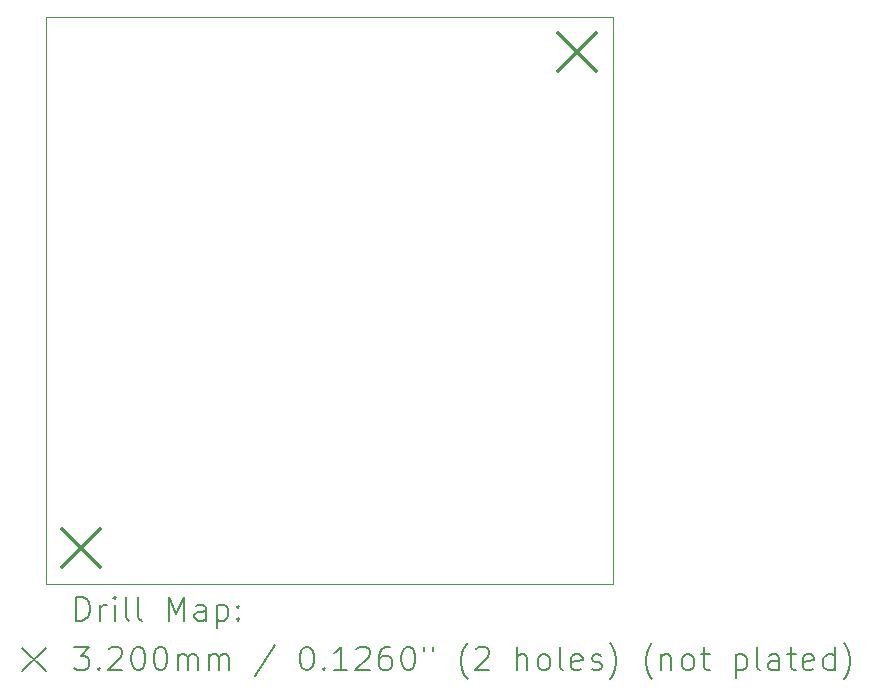
<source format=gbr>
%TF.GenerationSoftware,KiCad,Pcbnew,8.0.8*%
%TF.CreationDate,2025-03-24T19:57:08+01:00*%
%TF.ProjectId,cheap-wled-controller,63686561-702d-4776-9c65-642d636f6e74,rev?*%
%TF.SameCoordinates,Original*%
%TF.FileFunction,Drillmap*%
%TF.FilePolarity,Positive*%
%FSLAX45Y45*%
G04 Gerber Fmt 4.5, Leading zero omitted, Abs format (unit mm)*
G04 Created by KiCad (PCBNEW 8.0.8) date 2025-03-24 19:57:08*
%MOMM*%
%LPD*%
G01*
G04 APERTURE LIST*
%ADD10C,0.050000*%
%ADD11C,0.200000*%
%ADD12C,0.320000*%
G04 APERTURE END LIST*
D10*
X6000000Y-6000000D02*
X6000000Y-1200000D01*
X1200000Y-1200000D02*
X1200000Y-6000000D01*
X6000000Y-1200000D02*
X1200000Y-1200000D01*
X1200000Y-6000000D02*
X6000000Y-6000000D01*
D11*
D12*
X1340000Y-5540000D02*
X1660000Y-5860000D01*
X1660000Y-5540000D02*
X1340000Y-5860000D01*
X5540000Y-1340000D02*
X5860000Y-1660000D01*
X5860000Y-1340000D02*
X5540000Y-1660000D01*
D11*
X1458277Y-6313984D02*
X1458277Y-6113984D01*
X1458277Y-6113984D02*
X1505896Y-6113984D01*
X1505896Y-6113984D02*
X1534467Y-6123508D01*
X1534467Y-6123508D02*
X1553515Y-6142555D01*
X1553515Y-6142555D02*
X1563039Y-6161603D01*
X1563039Y-6161603D02*
X1572562Y-6199698D01*
X1572562Y-6199698D02*
X1572562Y-6228269D01*
X1572562Y-6228269D02*
X1563039Y-6266365D01*
X1563039Y-6266365D02*
X1553515Y-6285412D01*
X1553515Y-6285412D02*
X1534467Y-6304460D01*
X1534467Y-6304460D02*
X1505896Y-6313984D01*
X1505896Y-6313984D02*
X1458277Y-6313984D01*
X1658277Y-6313984D02*
X1658277Y-6180650D01*
X1658277Y-6218746D02*
X1667801Y-6199698D01*
X1667801Y-6199698D02*
X1677324Y-6190174D01*
X1677324Y-6190174D02*
X1696372Y-6180650D01*
X1696372Y-6180650D02*
X1715420Y-6180650D01*
X1782086Y-6313984D02*
X1782086Y-6180650D01*
X1782086Y-6113984D02*
X1772562Y-6123508D01*
X1772562Y-6123508D02*
X1782086Y-6133031D01*
X1782086Y-6133031D02*
X1791610Y-6123508D01*
X1791610Y-6123508D02*
X1782086Y-6113984D01*
X1782086Y-6113984D02*
X1782086Y-6133031D01*
X1905896Y-6313984D02*
X1886848Y-6304460D01*
X1886848Y-6304460D02*
X1877324Y-6285412D01*
X1877324Y-6285412D02*
X1877324Y-6113984D01*
X2010658Y-6313984D02*
X1991610Y-6304460D01*
X1991610Y-6304460D02*
X1982086Y-6285412D01*
X1982086Y-6285412D02*
X1982086Y-6113984D01*
X2239229Y-6313984D02*
X2239229Y-6113984D01*
X2239229Y-6113984D02*
X2305896Y-6256841D01*
X2305896Y-6256841D02*
X2372563Y-6113984D01*
X2372563Y-6113984D02*
X2372563Y-6313984D01*
X2553515Y-6313984D02*
X2553515Y-6209222D01*
X2553515Y-6209222D02*
X2543991Y-6190174D01*
X2543991Y-6190174D02*
X2524944Y-6180650D01*
X2524944Y-6180650D02*
X2486848Y-6180650D01*
X2486848Y-6180650D02*
X2467801Y-6190174D01*
X2553515Y-6304460D02*
X2534467Y-6313984D01*
X2534467Y-6313984D02*
X2486848Y-6313984D01*
X2486848Y-6313984D02*
X2467801Y-6304460D01*
X2467801Y-6304460D02*
X2458277Y-6285412D01*
X2458277Y-6285412D02*
X2458277Y-6266365D01*
X2458277Y-6266365D02*
X2467801Y-6247317D01*
X2467801Y-6247317D02*
X2486848Y-6237793D01*
X2486848Y-6237793D02*
X2534467Y-6237793D01*
X2534467Y-6237793D02*
X2553515Y-6228269D01*
X2648753Y-6180650D02*
X2648753Y-6380650D01*
X2648753Y-6190174D02*
X2667801Y-6180650D01*
X2667801Y-6180650D02*
X2705896Y-6180650D01*
X2705896Y-6180650D02*
X2724944Y-6190174D01*
X2724944Y-6190174D02*
X2734467Y-6199698D01*
X2734467Y-6199698D02*
X2743991Y-6218746D01*
X2743991Y-6218746D02*
X2743991Y-6275888D01*
X2743991Y-6275888D02*
X2734467Y-6294936D01*
X2734467Y-6294936D02*
X2724944Y-6304460D01*
X2724944Y-6304460D02*
X2705896Y-6313984D01*
X2705896Y-6313984D02*
X2667801Y-6313984D01*
X2667801Y-6313984D02*
X2648753Y-6304460D01*
X2829705Y-6294936D02*
X2839229Y-6304460D01*
X2839229Y-6304460D02*
X2829705Y-6313984D01*
X2829705Y-6313984D02*
X2820182Y-6304460D01*
X2820182Y-6304460D02*
X2829705Y-6294936D01*
X2829705Y-6294936D02*
X2829705Y-6313984D01*
X2829705Y-6190174D02*
X2839229Y-6199698D01*
X2839229Y-6199698D02*
X2829705Y-6209222D01*
X2829705Y-6209222D02*
X2820182Y-6199698D01*
X2820182Y-6199698D02*
X2829705Y-6190174D01*
X2829705Y-6190174D02*
X2829705Y-6209222D01*
X997500Y-6542500D02*
X1197500Y-6742500D01*
X1197500Y-6542500D02*
X997500Y-6742500D01*
X1439229Y-6533984D02*
X1563039Y-6533984D01*
X1563039Y-6533984D02*
X1496372Y-6610174D01*
X1496372Y-6610174D02*
X1524943Y-6610174D01*
X1524943Y-6610174D02*
X1543991Y-6619698D01*
X1543991Y-6619698D02*
X1553515Y-6629222D01*
X1553515Y-6629222D02*
X1563039Y-6648269D01*
X1563039Y-6648269D02*
X1563039Y-6695888D01*
X1563039Y-6695888D02*
X1553515Y-6714936D01*
X1553515Y-6714936D02*
X1543991Y-6724460D01*
X1543991Y-6724460D02*
X1524943Y-6733984D01*
X1524943Y-6733984D02*
X1467801Y-6733984D01*
X1467801Y-6733984D02*
X1448753Y-6724460D01*
X1448753Y-6724460D02*
X1439229Y-6714936D01*
X1648753Y-6714936D02*
X1658277Y-6724460D01*
X1658277Y-6724460D02*
X1648753Y-6733984D01*
X1648753Y-6733984D02*
X1639229Y-6724460D01*
X1639229Y-6724460D02*
X1648753Y-6714936D01*
X1648753Y-6714936D02*
X1648753Y-6733984D01*
X1734467Y-6553031D02*
X1743991Y-6543508D01*
X1743991Y-6543508D02*
X1763039Y-6533984D01*
X1763039Y-6533984D02*
X1810658Y-6533984D01*
X1810658Y-6533984D02*
X1829705Y-6543508D01*
X1829705Y-6543508D02*
X1839229Y-6553031D01*
X1839229Y-6553031D02*
X1848753Y-6572079D01*
X1848753Y-6572079D02*
X1848753Y-6591127D01*
X1848753Y-6591127D02*
X1839229Y-6619698D01*
X1839229Y-6619698D02*
X1724943Y-6733984D01*
X1724943Y-6733984D02*
X1848753Y-6733984D01*
X1972562Y-6533984D02*
X1991610Y-6533984D01*
X1991610Y-6533984D02*
X2010658Y-6543508D01*
X2010658Y-6543508D02*
X2020182Y-6553031D01*
X2020182Y-6553031D02*
X2029705Y-6572079D01*
X2029705Y-6572079D02*
X2039229Y-6610174D01*
X2039229Y-6610174D02*
X2039229Y-6657793D01*
X2039229Y-6657793D02*
X2029705Y-6695888D01*
X2029705Y-6695888D02*
X2020182Y-6714936D01*
X2020182Y-6714936D02*
X2010658Y-6724460D01*
X2010658Y-6724460D02*
X1991610Y-6733984D01*
X1991610Y-6733984D02*
X1972562Y-6733984D01*
X1972562Y-6733984D02*
X1953515Y-6724460D01*
X1953515Y-6724460D02*
X1943991Y-6714936D01*
X1943991Y-6714936D02*
X1934467Y-6695888D01*
X1934467Y-6695888D02*
X1924943Y-6657793D01*
X1924943Y-6657793D02*
X1924943Y-6610174D01*
X1924943Y-6610174D02*
X1934467Y-6572079D01*
X1934467Y-6572079D02*
X1943991Y-6553031D01*
X1943991Y-6553031D02*
X1953515Y-6543508D01*
X1953515Y-6543508D02*
X1972562Y-6533984D01*
X2163039Y-6533984D02*
X2182086Y-6533984D01*
X2182086Y-6533984D02*
X2201134Y-6543508D01*
X2201134Y-6543508D02*
X2210658Y-6553031D01*
X2210658Y-6553031D02*
X2220182Y-6572079D01*
X2220182Y-6572079D02*
X2229705Y-6610174D01*
X2229705Y-6610174D02*
X2229705Y-6657793D01*
X2229705Y-6657793D02*
X2220182Y-6695888D01*
X2220182Y-6695888D02*
X2210658Y-6714936D01*
X2210658Y-6714936D02*
X2201134Y-6724460D01*
X2201134Y-6724460D02*
X2182086Y-6733984D01*
X2182086Y-6733984D02*
X2163039Y-6733984D01*
X2163039Y-6733984D02*
X2143991Y-6724460D01*
X2143991Y-6724460D02*
X2134467Y-6714936D01*
X2134467Y-6714936D02*
X2124944Y-6695888D01*
X2124944Y-6695888D02*
X2115420Y-6657793D01*
X2115420Y-6657793D02*
X2115420Y-6610174D01*
X2115420Y-6610174D02*
X2124944Y-6572079D01*
X2124944Y-6572079D02*
X2134467Y-6553031D01*
X2134467Y-6553031D02*
X2143991Y-6543508D01*
X2143991Y-6543508D02*
X2163039Y-6533984D01*
X2315420Y-6733984D02*
X2315420Y-6600650D01*
X2315420Y-6619698D02*
X2324944Y-6610174D01*
X2324944Y-6610174D02*
X2343991Y-6600650D01*
X2343991Y-6600650D02*
X2372563Y-6600650D01*
X2372563Y-6600650D02*
X2391610Y-6610174D01*
X2391610Y-6610174D02*
X2401134Y-6629222D01*
X2401134Y-6629222D02*
X2401134Y-6733984D01*
X2401134Y-6629222D02*
X2410658Y-6610174D01*
X2410658Y-6610174D02*
X2429705Y-6600650D01*
X2429705Y-6600650D02*
X2458277Y-6600650D01*
X2458277Y-6600650D02*
X2477325Y-6610174D01*
X2477325Y-6610174D02*
X2486848Y-6629222D01*
X2486848Y-6629222D02*
X2486848Y-6733984D01*
X2582086Y-6733984D02*
X2582086Y-6600650D01*
X2582086Y-6619698D02*
X2591610Y-6610174D01*
X2591610Y-6610174D02*
X2610658Y-6600650D01*
X2610658Y-6600650D02*
X2639229Y-6600650D01*
X2639229Y-6600650D02*
X2658277Y-6610174D01*
X2658277Y-6610174D02*
X2667801Y-6629222D01*
X2667801Y-6629222D02*
X2667801Y-6733984D01*
X2667801Y-6629222D02*
X2677325Y-6610174D01*
X2677325Y-6610174D02*
X2696372Y-6600650D01*
X2696372Y-6600650D02*
X2724944Y-6600650D01*
X2724944Y-6600650D02*
X2743991Y-6610174D01*
X2743991Y-6610174D02*
X2753515Y-6629222D01*
X2753515Y-6629222D02*
X2753515Y-6733984D01*
X3143991Y-6524460D02*
X2972563Y-6781603D01*
X3401134Y-6533984D02*
X3420182Y-6533984D01*
X3420182Y-6533984D02*
X3439229Y-6543508D01*
X3439229Y-6543508D02*
X3448753Y-6553031D01*
X3448753Y-6553031D02*
X3458277Y-6572079D01*
X3458277Y-6572079D02*
X3467801Y-6610174D01*
X3467801Y-6610174D02*
X3467801Y-6657793D01*
X3467801Y-6657793D02*
X3458277Y-6695888D01*
X3458277Y-6695888D02*
X3448753Y-6714936D01*
X3448753Y-6714936D02*
X3439229Y-6724460D01*
X3439229Y-6724460D02*
X3420182Y-6733984D01*
X3420182Y-6733984D02*
X3401134Y-6733984D01*
X3401134Y-6733984D02*
X3382086Y-6724460D01*
X3382086Y-6724460D02*
X3372563Y-6714936D01*
X3372563Y-6714936D02*
X3363039Y-6695888D01*
X3363039Y-6695888D02*
X3353515Y-6657793D01*
X3353515Y-6657793D02*
X3353515Y-6610174D01*
X3353515Y-6610174D02*
X3363039Y-6572079D01*
X3363039Y-6572079D02*
X3372563Y-6553031D01*
X3372563Y-6553031D02*
X3382086Y-6543508D01*
X3382086Y-6543508D02*
X3401134Y-6533984D01*
X3553515Y-6714936D02*
X3563039Y-6724460D01*
X3563039Y-6724460D02*
X3553515Y-6733984D01*
X3553515Y-6733984D02*
X3543991Y-6724460D01*
X3543991Y-6724460D02*
X3553515Y-6714936D01*
X3553515Y-6714936D02*
X3553515Y-6733984D01*
X3753515Y-6733984D02*
X3639229Y-6733984D01*
X3696372Y-6733984D02*
X3696372Y-6533984D01*
X3696372Y-6533984D02*
X3677325Y-6562555D01*
X3677325Y-6562555D02*
X3658277Y-6581603D01*
X3658277Y-6581603D02*
X3639229Y-6591127D01*
X3829706Y-6553031D02*
X3839229Y-6543508D01*
X3839229Y-6543508D02*
X3858277Y-6533984D01*
X3858277Y-6533984D02*
X3905896Y-6533984D01*
X3905896Y-6533984D02*
X3924944Y-6543508D01*
X3924944Y-6543508D02*
X3934467Y-6553031D01*
X3934467Y-6553031D02*
X3943991Y-6572079D01*
X3943991Y-6572079D02*
X3943991Y-6591127D01*
X3943991Y-6591127D02*
X3934467Y-6619698D01*
X3934467Y-6619698D02*
X3820182Y-6733984D01*
X3820182Y-6733984D02*
X3943991Y-6733984D01*
X4115420Y-6533984D02*
X4077325Y-6533984D01*
X4077325Y-6533984D02*
X4058277Y-6543508D01*
X4058277Y-6543508D02*
X4048753Y-6553031D01*
X4048753Y-6553031D02*
X4029706Y-6581603D01*
X4029706Y-6581603D02*
X4020182Y-6619698D01*
X4020182Y-6619698D02*
X4020182Y-6695888D01*
X4020182Y-6695888D02*
X4029706Y-6714936D01*
X4029706Y-6714936D02*
X4039229Y-6724460D01*
X4039229Y-6724460D02*
X4058277Y-6733984D01*
X4058277Y-6733984D02*
X4096372Y-6733984D01*
X4096372Y-6733984D02*
X4115420Y-6724460D01*
X4115420Y-6724460D02*
X4124944Y-6714936D01*
X4124944Y-6714936D02*
X4134467Y-6695888D01*
X4134467Y-6695888D02*
X4134467Y-6648269D01*
X4134467Y-6648269D02*
X4124944Y-6629222D01*
X4124944Y-6629222D02*
X4115420Y-6619698D01*
X4115420Y-6619698D02*
X4096372Y-6610174D01*
X4096372Y-6610174D02*
X4058277Y-6610174D01*
X4058277Y-6610174D02*
X4039229Y-6619698D01*
X4039229Y-6619698D02*
X4029706Y-6629222D01*
X4029706Y-6629222D02*
X4020182Y-6648269D01*
X4258277Y-6533984D02*
X4277325Y-6533984D01*
X4277325Y-6533984D02*
X4296372Y-6543508D01*
X4296372Y-6543508D02*
X4305896Y-6553031D01*
X4305896Y-6553031D02*
X4315420Y-6572079D01*
X4315420Y-6572079D02*
X4324944Y-6610174D01*
X4324944Y-6610174D02*
X4324944Y-6657793D01*
X4324944Y-6657793D02*
X4315420Y-6695888D01*
X4315420Y-6695888D02*
X4305896Y-6714936D01*
X4305896Y-6714936D02*
X4296372Y-6724460D01*
X4296372Y-6724460D02*
X4277325Y-6733984D01*
X4277325Y-6733984D02*
X4258277Y-6733984D01*
X4258277Y-6733984D02*
X4239229Y-6724460D01*
X4239229Y-6724460D02*
X4229706Y-6714936D01*
X4229706Y-6714936D02*
X4220182Y-6695888D01*
X4220182Y-6695888D02*
X4210658Y-6657793D01*
X4210658Y-6657793D02*
X4210658Y-6610174D01*
X4210658Y-6610174D02*
X4220182Y-6572079D01*
X4220182Y-6572079D02*
X4229706Y-6553031D01*
X4229706Y-6553031D02*
X4239229Y-6543508D01*
X4239229Y-6543508D02*
X4258277Y-6533984D01*
X4401134Y-6533984D02*
X4401134Y-6572079D01*
X4477325Y-6533984D02*
X4477325Y-6572079D01*
X4772563Y-6810174D02*
X4763039Y-6800650D01*
X4763039Y-6800650D02*
X4743991Y-6772079D01*
X4743991Y-6772079D02*
X4734468Y-6753031D01*
X4734468Y-6753031D02*
X4724944Y-6724460D01*
X4724944Y-6724460D02*
X4715420Y-6676841D01*
X4715420Y-6676841D02*
X4715420Y-6638746D01*
X4715420Y-6638746D02*
X4724944Y-6591127D01*
X4724944Y-6591127D02*
X4734468Y-6562555D01*
X4734468Y-6562555D02*
X4743991Y-6543508D01*
X4743991Y-6543508D02*
X4763039Y-6514936D01*
X4763039Y-6514936D02*
X4772563Y-6505412D01*
X4839230Y-6553031D02*
X4848753Y-6543508D01*
X4848753Y-6543508D02*
X4867801Y-6533984D01*
X4867801Y-6533984D02*
X4915420Y-6533984D01*
X4915420Y-6533984D02*
X4934468Y-6543508D01*
X4934468Y-6543508D02*
X4943991Y-6553031D01*
X4943991Y-6553031D02*
X4953515Y-6572079D01*
X4953515Y-6572079D02*
X4953515Y-6591127D01*
X4953515Y-6591127D02*
X4943991Y-6619698D01*
X4943991Y-6619698D02*
X4829706Y-6733984D01*
X4829706Y-6733984D02*
X4953515Y-6733984D01*
X5191611Y-6733984D02*
X5191611Y-6533984D01*
X5277325Y-6733984D02*
X5277325Y-6629222D01*
X5277325Y-6629222D02*
X5267801Y-6610174D01*
X5267801Y-6610174D02*
X5248753Y-6600650D01*
X5248753Y-6600650D02*
X5220182Y-6600650D01*
X5220182Y-6600650D02*
X5201134Y-6610174D01*
X5201134Y-6610174D02*
X5191611Y-6619698D01*
X5401134Y-6733984D02*
X5382087Y-6724460D01*
X5382087Y-6724460D02*
X5372563Y-6714936D01*
X5372563Y-6714936D02*
X5363039Y-6695888D01*
X5363039Y-6695888D02*
X5363039Y-6638746D01*
X5363039Y-6638746D02*
X5372563Y-6619698D01*
X5372563Y-6619698D02*
X5382087Y-6610174D01*
X5382087Y-6610174D02*
X5401134Y-6600650D01*
X5401134Y-6600650D02*
X5429706Y-6600650D01*
X5429706Y-6600650D02*
X5448753Y-6610174D01*
X5448753Y-6610174D02*
X5458277Y-6619698D01*
X5458277Y-6619698D02*
X5467801Y-6638746D01*
X5467801Y-6638746D02*
X5467801Y-6695888D01*
X5467801Y-6695888D02*
X5458277Y-6714936D01*
X5458277Y-6714936D02*
X5448753Y-6724460D01*
X5448753Y-6724460D02*
X5429706Y-6733984D01*
X5429706Y-6733984D02*
X5401134Y-6733984D01*
X5582087Y-6733984D02*
X5563039Y-6724460D01*
X5563039Y-6724460D02*
X5553515Y-6705412D01*
X5553515Y-6705412D02*
X5553515Y-6533984D01*
X5734468Y-6724460D02*
X5715420Y-6733984D01*
X5715420Y-6733984D02*
X5677325Y-6733984D01*
X5677325Y-6733984D02*
X5658277Y-6724460D01*
X5658277Y-6724460D02*
X5648753Y-6705412D01*
X5648753Y-6705412D02*
X5648753Y-6629222D01*
X5648753Y-6629222D02*
X5658277Y-6610174D01*
X5658277Y-6610174D02*
X5677325Y-6600650D01*
X5677325Y-6600650D02*
X5715420Y-6600650D01*
X5715420Y-6600650D02*
X5734468Y-6610174D01*
X5734468Y-6610174D02*
X5743991Y-6629222D01*
X5743991Y-6629222D02*
X5743991Y-6648269D01*
X5743991Y-6648269D02*
X5648753Y-6667317D01*
X5820182Y-6724460D02*
X5839230Y-6733984D01*
X5839230Y-6733984D02*
X5877325Y-6733984D01*
X5877325Y-6733984D02*
X5896372Y-6724460D01*
X5896372Y-6724460D02*
X5905896Y-6705412D01*
X5905896Y-6705412D02*
X5905896Y-6695888D01*
X5905896Y-6695888D02*
X5896372Y-6676841D01*
X5896372Y-6676841D02*
X5877325Y-6667317D01*
X5877325Y-6667317D02*
X5848753Y-6667317D01*
X5848753Y-6667317D02*
X5829706Y-6657793D01*
X5829706Y-6657793D02*
X5820182Y-6638746D01*
X5820182Y-6638746D02*
X5820182Y-6629222D01*
X5820182Y-6629222D02*
X5829706Y-6610174D01*
X5829706Y-6610174D02*
X5848753Y-6600650D01*
X5848753Y-6600650D02*
X5877325Y-6600650D01*
X5877325Y-6600650D02*
X5896372Y-6610174D01*
X5972563Y-6810174D02*
X5982087Y-6800650D01*
X5982087Y-6800650D02*
X6001134Y-6772079D01*
X6001134Y-6772079D02*
X6010658Y-6753031D01*
X6010658Y-6753031D02*
X6020182Y-6724460D01*
X6020182Y-6724460D02*
X6029706Y-6676841D01*
X6029706Y-6676841D02*
X6029706Y-6638746D01*
X6029706Y-6638746D02*
X6020182Y-6591127D01*
X6020182Y-6591127D02*
X6010658Y-6562555D01*
X6010658Y-6562555D02*
X6001134Y-6543508D01*
X6001134Y-6543508D02*
X5982087Y-6514936D01*
X5982087Y-6514936D02*
X5972563Y-6505412D01*
X6334468Y-6810174D02*
X6324944Y-6800650D01*
X6324944Y-6800650D02*
X6305896Y-6772079D01*
X6305896Y-6772079D02*
X6296372Y-6753031D01*
X6296372Y-6753031D02*
X6286849Y-6724460D01*
X6286849Y-6724460D02*
X6277325Y-6676841D01*
X6277325Y-6676841D02*
X6277325Y-6638746D01*
X6277325Y-6638746D02*
X6286849Y-6591127D01*
X6286849Y-6591127D02*
X6296372Y-6562555D01*
X6296372Y-6562555D02*
X6305896Y-6543508D01*
X6305896Y-6543508D02*
X6324944Y-6514936D01*
X6324944Y-6514936D02*
X6334468Y-6505412D01*
X6410658Y-6600650D02*
X6410658Y-6733984D01*
X6410658Y-6619698D02*
X6420182Y-6610174D01*
X6420182Y-6610174D02*
X6439230Y-6600650D01*
X6439230Y-6600650D02*
X6467801Y-6600650D01*
X6467801Y-6600650D02*
X6486849Y-6610174D01*
X6486849Y-6610174D02*
X6496372Y-6629222D01*
X6496372Y-6629222D02*
X6496372Y-6733984D01*
X6620182Y-6733984D02*
X6601134Y-6724460D01*
X6601134Y-6724460D02*
X6591611Y-6714936D01*
X6591611Y-6714936D02*
X6582087Y-6695888D01*
X6582087Y-6695888D02*
X6582087Y-6638746D01*
X6582087Y-6638746D02*
X6591611Y-6619698D01*
X6591611Y-6619698D02*
X6601134Y-6610174D01*
X6601134Y-6610174D02*
X6620182Y-6600650D01*
X6620182Y-6600650D02*
X6648753Y-6600650D01*
X6648753Y-6600650D02*
X6667801Y-6610174D01*
X6667801Y-6610174D02*
X6677325Y-6619698D01*
X6677325Y-6619698D02*
X6686849Y-6638746D01*
X6686849Y-6638746D02*
X6686849Y-6695888D01*
X6686849Y-6695888D02*
X6677325Y-6714936D01*
X6677325Y-6714936D02*
X6667801Y-6724460D01*
X6667801Y-6724460D02*
X6648753Y-6733984D01*
X6648753Y-6733984D02*
X6620182Y-6733984D01*
X6743992Y-6600650D02*
X6820182Y-6600650D01*
X6772563Y-6533984D02*
X6772563Y-6705412D01*
X6772563Y-6705412D02*
X6782087Y-6724460D01*
X6782087Y-6724460D02*
X6801134Y-6733984D01*
X6801134Y-6733984D02*
X6820182Y-6733984D01*
X7039230Y-6600650D02*
X7039230Y-6800650D01*
X7039230Y-6610174D02*
X7058277Y-6600650D01*
X7058277Y-6600650D02*
X7096373Y-6600650D01*
X7096373Y-6600650D02*
X7115420Y-6610174D01*
X7115420Y-6610174D02*
X7124944Y-6619698D01*
X7124944Y-6619698D02*
X7134468Y-6638746D01*
X7134468Y-6638746D02*
X7134468Y-6695888D01*
X7134468Y-6695888D02*
X7124944Y-6714936D01*
X7124944Y-6714936D02*
X7115420Y-6724460D01*
X7115420Y-6724460D02*
X7096373Y-6733984D01*
X7096373Y-6733984D02*
X7058277Y-6733984D01*
X7058277Y-6733984D02*
X7039230Y-6724460D01*
X7248753Y-6733984D02*
X7229706Y-6724460D01*
X7229706Y-6724460D02*
X7220182Y-6705412D01*
X7220182Y-6705412D02*
X7220182Y-6533984D01*
X7410658Y-6733984D02*
X7410658Y-6629222D01*
X7410658Y-6629222D02*
X7401134Y-6610174D01*
X7401134Y-6610174D02*
X7382087Y-6600650D01*
X7382087Y-6600650D02*
X7343992Y-6600650D01*
X7343992Y-6600650D02*
X7324944Y-6610174D01*
X7410658Y-6724460D02*
X7391611Y-6733984D01*
X7391611Y-6733984D02*
X7343992Y-6733984D01*
X7343992Y-6733984D02*
X7324944Y-6724460D01*
X7324944Y-6724460D02*
X7315420Y-6705412D01*
X7315420Y-6705412D02*
X7315420Y-6686365D01*
X7315420Y-6686365D02*
X7324944Y-6667317D01*
X7324944Y-6667317D02*
X7343992Y-6657793D01*
X7343992Y-6657793D02*
X7391611Y-6657793D01*
X7391611Y-6657793D02*
X7410658Y-6648269D01*
X7477325Y-6600650D02*
X7553515Y-6600650D01*
X7505896Y-6533984D02*
X7505896Y-6705412D01*
X7505896Y-6705412D02*
X7515420Y-6724460D01*
X7515420Y-6724460D02*
X7534468Y-6733984D01*
X7534468Y-6733984D02*
X7553515Y-6733984D01*
X7696373Y-6724460D02*
X7677325Y-6733984D01*
X7677325Y-6733984D02*
X7639230Y-6733984D01*
X7639230Y-6733984D02*
X7620182Y-6724460D01*
X7620182Y-6724460D02*
X7610658Y-6705412D01*
X7610658Y-6705412D02*
X7610658Y-6629222D01*
X7610658Y-6629222D02*
X7620182Y-6610174D01*
X7620182Y-6610174D02*
X7639230Y-6600650D01*
X7639230Y-6600650D02*
X7677325Y-6600650D01*
X7677325Y-6600650D02*
X7696373Y-6610174D01*
X7696373Y-6610174D02*
X7705896Y-6629222D01*
X7705896Y-6629222D02*
X7705896Y-6648269D01*
X7705896Y-6648269D02*
X7610658Y-6667317D01*
X7877325Y-6733984D02*
X7877325Y-6533984D01*
X7877325Y-6724460D02*
X7858277Y-6733984D01*
X7858277Y-6733984D02*
X7820182Y-6733984D01*
X7820182Y-6733984D02*
X7801134Y-6724460D01*
X7801134Y-6724460D02*
X7791611Y-6714936D01*
X7791611Y-6714936D02*
X7782087Y-6695888D01*
X7782087Y-6695888D02*
X7782087Y-6638746D01*
X7782087Y-6638746D02*
X7791611Y-6619698D01*
X7791611Y-6619698D02*
X7801134Y-6610174D01*
X7801134Y-6610174D02*
X7820182Y-6600650D01*
X7820182Y-6600650D02*
X7858277Y-6600650D01*
X7858277Y-6600650D02*
X7877325Y-6610174D01*
X7953515Y-6810174D02*
X7963039Y-6800650D01*
X7963039Y-6800650D02*
X7982087Y-6772079D01*
X7982087Y-6772079D02*
X7991611Y-6753031D01*
X7991611Y-6753031D02*
X8001134Y-6724460D01*
X8001134Y-6724460D02*
X8010658Y-6676841D01*
X8010658Y-6676841D02*
X8010658Y-6638746D01*
X8010658Y-6638746D02*
X8001134Y-6591127D01*
X8001134Y-6591127D02*
X7991611Y-6562555D01*
X7991611Y-6562555D02*
X7982087Y-6543508D01*
X7982087Y-6543508D02*
X7963039Y-6514936D01*
X7963039Y-6514936D02*
X7953515Y-6505412D01*
M02*

</source>
